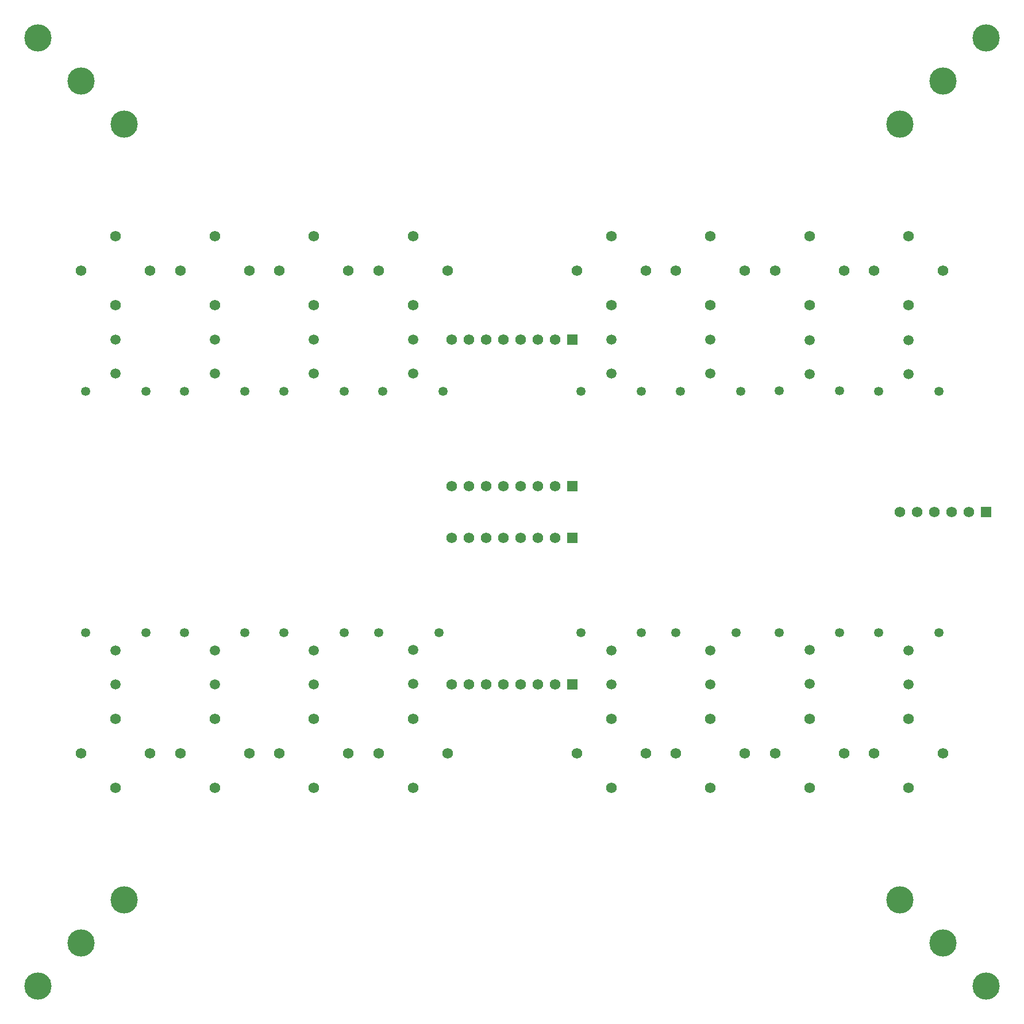
<source format=gbr>
%TF.GenerationSoftware,Altium Limited,Altium Designer,24.0.1 (36)*%
G04 Layer_Color=16711935*
%FSLAX45Y45*%
%MOMM*%
%TF.SameCoordinates,30B9EBA5-48D0-47E5-9341-C4D43BC7BEBE*%
%TF.FilePolarity,Negative*%
%TF.FileFunction,Soldermask,Bot*%
%TF.Part,Single*%
G01*
G75*
%TA.AperFunction,ComponentPad*%
%ADD15C,1.49860*%
%ADD25R,1.57320X1.57320*%
%ADD26C,1.57320*%
%TA.AperFunction,WasherPad*%
%ADD27C,4.01320*%
%TA.AperFunction,ComponentPad*%
%ADD28C,1.34620*%
D15*
X-1460500Y2040000D02*
D03*
Y2540000D02*
D03*
X-5842000Y2040000D02*
D03*
Y2540000D02*
D03*
X-4381500Y2040000D02*
D03*
Y2540000D02*
D03*
X-2921000Y2040000D02*
D03*
Y2540000D02*
D03*
X5842000Y-2040000D02*
D03*
Y-2540000D02*
D03*
X4381500Y-2032000D02*
D03*
Y-2532000D02*
D03*
X2921000Y-2040000D02*
D03*
Y-2540000D02*
D03*
X1460500Y-2040000D02*
D03*
Y-2540000D02*
D03*
X-1460500Y-2032000D02*
D03*
Y-2532000D02*
D03*
X-2921000Y-2040000D02*
D03*
Y-2540000D02*
D03*
X-4381500Y-2040000D02*
D03*
Y-2540000D02*
D03*
X-5842000Y-2040000D02*
D03*
Y-2540000D02*
D03*
X5842000Y2532000D02*
D03*
Y2032000D02*
D03*
X4381500Y2532000D02*
D03*
Y2032000D02*
D03*
X2921000Y2540000D02*
D03*
Y2040000D02*
D03*
X1460500Y2540000D02*
D03*
Y2040000D02*
D03*
D25*
X6985000Y0D02*
D03*
X889000Y-2540000D02*
D03*
Y2540000D02*
D03*
Y381000D02*
D03*
Y-381000D02*
D03*
D26*
X6731000Y0D02*
D03*
X6477000D02*
D03*
X6223000D02*
D03*
X5969000D02*
D03*
X5715000D02*
D03*
X-889000Y-2540000D02*
D03*
X-635000D02*
D03*
X-381000D02*
D03*
X-127000D02*
D03*
X127000D02*
D03*
X381000D02*
D03*
X635000D02*
D03*
X-889000Y2540000D02*
D03*
X-635000D02*
D03*
X-381000D02*
D03*
X-127000D02*
D03*
X127000D02*
D03*
X381000D02*
D03*
X635000D02*
D03*
X4889500Y3556000D02*
D03*
X3873500D02*
D03*
X4381500Y3048000D02*
D03*
Y4064000D02*
D03*
X3429000Y3556000D02*
D03*
X2413000D02*
D03*
X2921000Y3048000D02*
D03*
Y4064000D02*
D03*
X1968500Y3556000D02*
D03*
X952500D02*
D03*
X1460500Y3048000D02*
D03*
Y4064000D02*
D03*
X-952500Y3556000D02*
D03*
X-1968500D02*
D03*
X-1460500Y3048000D02*
D03*
Y4064000D02*
D03*
X-2921000D02*
D03*
Y3048000D02*
D03*
X-3429000Y3556000D02*
D03*
X-2413000D02*
D03*
X-3873500D02*
D03*
X-4889500D02*
D03*
X-4381500Y3048000D02*
D03*
Y4064000D02*
D03*
X-5334000Y3556000D02*
D03*
X-6350000D02*
D03*
X-5842000Y3048000D02*
D03*
Y4064000D02*
D03*
X-889000Y381000D02*
D03*
X-635000D02*
D03*
X-381000D02*
D03*
X-127000D02*
D03*
X127000D02*
D03*
X381000D02*
D03*
X635000D02*
D03*
X-889000Y-381000D02*
D03*
X-635000D02*
D03*
X-381000D02*
D03*
X-127000D02*
D03*
X127000D02*
D03*
X381000D02*
D03*
X635000D02*
D03*
X5842000Y-3048000D02*
D03*
Y-4064000D02*
D03*
X5334000Y-3556000D02*
D03*
X6350000D02*
D03*
X4381500Y-3048000D02*
D03*
Y-4064000D02*
D03*
X3873500Y-3556000D02*
D03*
X4889500D02*
D03*
X2921000Y-3048000D02*
D03*
Y-4064000D02*
D03*
X2413000Y-3556000D02*
D03*
X3429000D02*
D03*
X1460500Y-3048000D02*
D03*
Y-4064000D02*
D03*
X952500Y-3556000D02*
D03*
X1968500D02*
D03*
X-1460500Y-3048000D02*
D03*
Y-4064000D02*
D03*
X-1968500Y-3556000D02*
D03*
X-952500D02*
D03*
X-2921000Y-3048000D02*
D03*
Y-4064000D02*
D03*
X-3429000Y-3556000D02*
D03*
X-2413000D02*
D03*
X-4381500Y-3048000D02*
D03*
Y-4064000D02*
D03*
X-4889500Y-3556000D02*
D03*
X-3873500D02*
D03*
X-5842000Y-3048000D02*
D03*
Y-4064000D02*
D03*
X-6350000Y-3556000D02*
D03*
X-5334000D02*
D03*
X5842000Y4064000D02*
D03*
Y3048000D02*
D03*
X5334000Y3556000D02*
D03*
X6350000D02*
D03*
D27*
X-5715000Y5715000D02*
D03*
X5715000D02*
D03*
Y-5715000D02*
D03*
X-5715000D02*
D03*
X-6350000Y6350000D02*
D03*
X6350000D02*
D03*
Y-6350000D02*
D03*
X-6350000D02*
D03*
X-6985000Y-6985000D02*
D03*
X6985000D02*
D03*
Y6985000D02*
D03*
X-6985000D02*
D03*
D28*
X-5397500Y1778000D02*
D03*
X-6286500D02*
D03*
X-3365500D02*
D03*
X-2476500D02*
D03*
X-1905000D02*
D03*
X-1016000D02*
D03*
X-4826000D02*
D03*
X-3937000D02*
D03*
X6286500Y-1778000D02*
D03*
X5397500D02*
D03*
X4826000D02*
D03*
X3937000D02*
D03*
X3302000D02*
D03*
X2413000D02*
D03*
X1905000D02*
D03*
X1016000D02*
D03*
X-1079500D02*
D03*
X-1968500D02*
D03*
X-2476500D02*
D03*
X-3365500D02*
D03*
X-3937000D02*
D03*
X-4826000D02*
D03*
X-5397500D02*
D03*
X-6286500D02*
D03*
X4826000Y1781620D02*
D03*
X3937000D02*
D03*
X1905000Y1778000D02*
D03*
X1016000D02*
D03*
X3365500D02*
D03*
X2476500D02*
D03*
X6286500D02*
D03*
X5397500D02*
D03*
%TF.MD5,a3572169efd2a5698c0b45ef075aaadc*%
M02*

</source>
